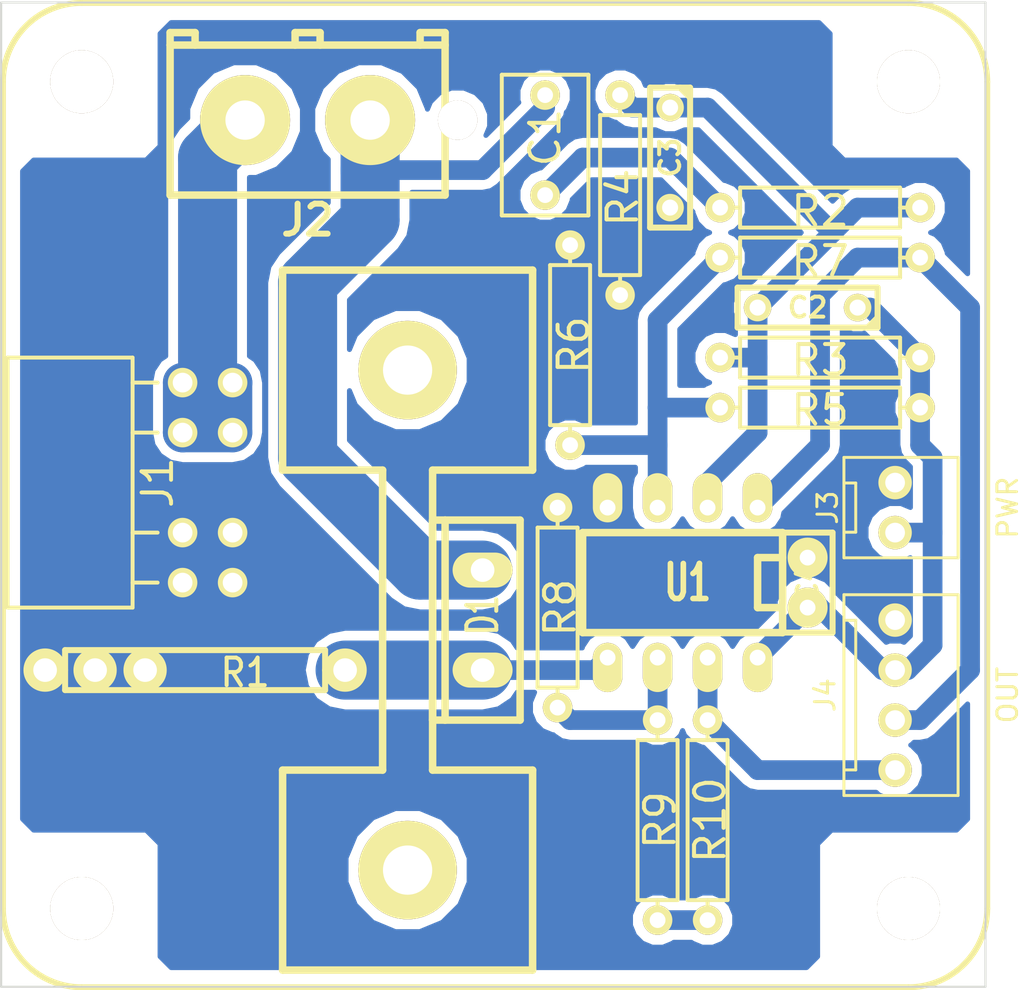
<source format=kicad_pcb>
(kicad_pcb (version 3) (host pcbnew "(2013-07-07 BZR 4022)-stable")

  (general
    (links 44)
    (no_connects 0)
    (area 217.164919 20.4216 269.434 71.760081)
    (thickness 1.6)
    (drawings 4)
    (tracks 98)
    (zones 0)
    (modules 22)
    (nets 13)
  )

  (page A4)
  (layers
    (15 F.Cu signal)
    (0 B.Cu signal)
    (16 B.Adhes user)
    (17 F.Adhes user)
    (18 B.Paste user)
    (19 F.Paste user)
    (20 B.SilkS user)
    (21 F.SilkS user)
    (22 B.Mask user)
    (23 F.Mask user)
    (24 Dwgs.User user)
    (25 Cmts.User user)
    (26 Eco1.User user)
    (27 Eco2.User user)
    (28 Edge.Cuts user)
  )

  (setup
    (last_trace_width 0.254)
    (user_trace_width 0.5)
    (user_trace_width 0.508)
    (user_trace_width 1)
    (user_trace_width 1.5)
    (user_trace_width 2)
    (user_trace_width 3)
    (user_trace_width 4)
    (user_trace_width 5)
    (trace_clearance 0.254)
    (zone_clearance 0.5)
    (zone_45_only no)
    (trace_min 0.254)
    (segment_width 0.2)
    (edge_width 0.1)
    (via_size 0.889)
    (via_drill 0.635)
    (via_min_size 0.889)
    (via_min_drill 0.508)
    (user_via 1.7 0.8)
    (uvia_size 0.508)
    (uvia_drill 0.127)
    (uvias_allowed no)
    (uvia_min_size 0.508)
    (uvia_min_drill 0.127)
    (pcb_text_width 0.3)
    (pcb_text_size 1.5 1.5)
    (mod_edge_width 0.15)
    (mod_text_size 1 1)
    (mod_text_width 0.15)
    (pad_size 2.2 2.2)
    (pad_drill 1.2)
    (pad_to_mask_clearance 0)
    (aux_axis_origin 0 0)
    (visible_elements 7FFFFFFF)
    (pcbplotparams
      (layerselection 3178497)
      (usegerberextensions true)
      (excludeedgelayer true)
      (linewidth 0.150000)
      (plotframeref false)
      (viasonmask false)
      (mode 1)
      (useauxorigin false)
      (hpglpennumber 1)
      (hpglpenspeed 20)
      (hpglpendiameter 15)
      (hpglpenoverlay 2)
      (psnegative false)
      (psa4output false)
      (plotreference true)
      (plotvalue true)
      (plotothertext true)
      (plotinvisibletext false)
      (padsonsilk false)
      (subtractmaskfromsilk false)
      (outputformat 1)
      (mirror false)
      (drillshape 1)
      (scaleselection 1)
      (outputdirectory ""))
  )

  (net 0 "")
  (net 1 GND)
  (net 2 N-000001)
  (net 3 N-0000010)
  (net 4 N-0000011)
  (net 5 N-0000012)
  (net 6 N-000003)
  (net 7 N-000004)
  (net 8 N-000006)
  (net 9 N-000007)
  (net 10 N-000008)
  (net 11 N-000009)
  (net 12 VCC)

  (net_class Default "This is the default net class."
    (clearance 0.254)
    (trace_width 0.254)
    (via_dia 0.889)
    (via_drill 0.635)
    (uvia_dia 0.508)
    (uvia_drill 0.127)
    (add_net "")
    (add_net GND)
    (add_net N-000001)
    (add_net N-0000010)
    (add_net N-0000011)
    (add_net N-0000012)
    (add_net N-000003)
    (add_net N-000004)
    (add_net N-000006)
    (add_net N-000007)
    (add_net N-000008)
    (add_net N-000009)
    (add_net VCC)
  )

  (module TO220-2 (layer F.Cu) (tedit 54E02DA1) (tstamp 54DC5ADC)
    (at 241.935 52.705 180)
    (path /54DBCDAB)
    (fp_text reference D1 (at 0 0.254 270) (layer F.SilkS)
      (effects (font (size 1.524 1.016) (thickness 0.2032)))
    )
    (fp_text value MBR10100 (at 0.635 -6.35 180) (layer F.SilkS) hide
      (effects (font (size 1.524 1.016) (thickness 0.2032)))
    )
    (fp_line (start 1.905 -5.08) (end 2.54 -5.08) (layer F.SilkS) (width 0.381))
    (fp_line (start 2.54 -5.08) (end 2.54 5.08) (layer F.SilkS) (width 0.381))
    (fp_line (start 2.54 5.08) (end 1.905 5.08) (layer F.SilkS) (width 0.381))
    (fp_line (start -1.905 -5.08) (end 1.905 -5.08) (layer F.SilkS) (width 0.381))
    (fp_line (start 1.905 -5.08) (end 1.905 5.08) (layer F.SilkS) (width 0.381))
    (fp_line (start 1.905 5.08) (end -1.905 5.08) (layer F.SilkS) (width 0.381))
    (fp_line (start -1.905 5.08) (end -1.905 -5.08) (layer F.SilkS) (width 0.381))
    (pad 1 thru_hole oval (at 0 -2.54 180) (size 3.048 1.778) (drill 1.19888)
      (layers *.Cu *.Mask F.SilkS)
      (net 5 N-0000012)
    )
    (pad 3 thru_hole oval (at 0 2.54 180) (size 3.048 1.778) (drill 1.19888)
      (layers *.Cu *.Mask F.SilkS)
      (net 10 N-000008)
    )
    (model discret/to220_vert.wrl
      (at (xyz 0 0 0))
      (scale (xyz 1 1 1))
      (rotate (xyz 0 0 0))
    )
  )

  (module R4_5_6 (layer F.Cu) (tedit 54E02D93) (tstamp 54DC5AEB)
    (at 229.87 55.245 180)
    (descr "Resitance 4 pas")
    (tags R)
    (path /54950B2A)
    (autoplace_cost180 10)
    (fp_text reference R1 (at 0 -0.127 180) (layer F.SilkS)
      (effects (font (size 1.397 1.27) (thickness 0.2032)))
    )
    (fp_text value R005/1W (at 0 0 180) (layer F.SilkS) hide
      (effects (font (size 1.397 1.27) (thickness 0.2032)))
    )
    (fp_line (start -5.08 0) (end -4.064 0) (layer F.SilkS) (width 0.3048))
    (fp_line (start -4.064 0) (end -4.064 -1.016) (layer F.SilkS) (width 0.3048))
    (fp_line (start -4.064 -1.016) (end 9.144 -1.016) (layer F.SilkS) (width 0.3048))
    (fp_line (start 9.144 -1.016) (end 9.144 1.016) (layer F.SilkS) (width 0.3048))
    (fp_line (start 9.144 1.016) (end -4.064 1.016) (layer F.SilkS) (width 0.3048))
    (fp_line (start -4.064 1.016) (end -4.064 0) (layer F.SilkS) (width 0.3048))
    (fp_line (start 10.16 0) (end 9.144 0) (layer F.SilkS) (width 0.3048))
    (pad 1 thru_hole circle (at -5.08 0 180) (size 2.2 2.2) (drill 1.2)
      (layers *.Cu *.Mask F.SilkS)
      (net 5 N-0000012)
    )
    (pad 2 thru_hole circle (at 5.08 0 180) (size 2.2 2.2) (drill 1.2)
      (layers *.Cu *.Mask F.SilkS)
      (net 1 GND)
    )
    (pad 2 thru_hole circle (at 7.62 0 180) (size 2.2 2.2) (drill 1.2)
      (layers *.Cu *.Mask F.SilkS)
      (net 1 GND)
    )
    (pad 2 thru_hole circle (at 10.16 0 180) (size 2.2 2.2) (drill 1.2)
      (layers *.Cu *.Mask F.SilkS)
      (net 1 GND)
    )
    (model discret/resistor.wrl
      (at (xyz 0 0 0))
      (scale (xyz 0.4 0.4 0.4))
      (rotate (xyz 0 0 0))
    )
  )

  (module R4 (layer F.Cu) (tedit 54E02CF8) (tstamp 54DC5AF8)
    (at 259.08 39.37 180)
    (descr "Resitance 4 pas")
    (tags R)
    (path /54B5A234)
    (autoplace_cost180 10)
    (fp_text reference R3 (at 0 -0.127 180) (layer F.SilkS)
      (effects (font (size 1.5 1.5) (thickness 0.2032)))
    )
    (fp_text value 220K (at 0 0 180) (layer F.SilkS) hide
      (effects (font (size 1.397 1.27) (thickness 0.2032)))
    )
    (fp_line (start -5.08 0) (end -4.064 0) (layer F.SilkS) (width 0.2))
    (fp_line (start -4.064 0) (end -4.064 -1.016) (layer F.SilkS) (width 0.2))
    (fp_line (start -4.064 -1.016) (end 4.064 -1.016) (layer F.SilkS) (width 0.2))
    (fp_line (start 4.064 -1.016) (end 4.064 1.016) (layer F.SilkS) (width 0.2))
    (fp_line (start 4.064 1.016) (end -4.064 1.016) (layer F.SilkS) (width 0.2))
    (fp_line (start -4.064 1.016) (end -4.064 0) (layer F.SilkS) (width 0.2))
    (fp_line (start 5.08 0) (end 4.064 0) (layer F.SilkS) (width 0.2))
    (pad 1 thru_hole circle (at -5.08 0 180) (size 1.5 1.5) (drill 0.8001)
      (layers *.Cu *.Mask F.SilkS)
      (net 12 VCC)
    )
    (pad 2 thru_hole circle (at 5.08 0 180) (size 1.5 1.5) (drill 0.8001)
      (layers *.Cu *.Mask F.SilkS)
      (net 8 N-000006)
    )
    (model discret/resistor.wrl
      (at (xyz 0 0 0))
      (scale (xyz 0.4 0.4 0.4))
      (rotate (xyz 0 0 0))
    )
  )

  (module R4 (layer F.Cu) (tedit 54E02D03) (tstamp 54DC5B05)
    (at 248.92 31.115 270)
    (descr "Resitance 4 pas")
    (tags R)
    (path /54B5A243)
    (autoplace_cost180 10)
    (fp_text reference R4 (at 0.127 -0.127 270) (layer F.SilkS)
      (effects (font (size 1.5 1.5) (thickness 0.2032)))
    )
    (fp_text value 220K (at 0 0 270) (layer F.SilkS) hide
      (effects (font (size 1.397 1.27) (thickness 0.2032)))
    )
    (fp_line (start -5.08 0) (end -4.064 0) (layer F.SilkS) (width 0.2))
    (fp_line (start -4.064 0) (end -4.064 -1.016) (layer F.SilkS) (width 0.2))
    (fp_line (start -4.064 -1.016) (end 4.064 -1.016) (layer F.SilkS) (width 0.2))
    (fp_line (start 4.064 -1.016) (end 4.064 1.016) (layer F.SilkS) (width 0.2))
    (fp_line (start 4.064 1.016) (end -4.064 1.016) (layer F.SilkS) (width 0.2))
    (fp_line (start -4.064 1.016) (end -4.064 0) (layer F.SilkS) (width 0.2))
    (fp_line (start 5.08 0) (end 4.064 0) (layer F.SilkS) (width 0.2))
    (pad 1 thru_hole circle (at -5.08 0 270) (size 1.5 1.5) (drill 0.8001)
      (layers *.Cu *.Mask F.SilkS)
      (net 8 N-000006)
    )
    (pad 2 thru_hole circle (at 5.08 0 270) (size 1.5 1.5) (drill 0.8001)
      (layers *.Cu *.Mask F.SilkS)
      (net 1 GND)
    )
    (model discret/resistor.wrl
      (at (xyz 0 0 0))
      (scale (xyz 0.4 0.4 0.4))
      (rotate (xyz 0 0 0))
    )
  )

  (module R4 (layer F.Cu) (tedit 54E02CF0) (tstamp 54DC5B12)
    (at 259.08 41.91 180)
    (descr "Resitance 4 pas")
    (tags R)
    (path /54B5A252)
    (autoplace_cost180 10)
    (fp_text reference R5 (at 0 -0.127 180) (layer F.SilkS)
      (effects (font (size 1.5 1.5) (thickness 0.2032)))
    )
    (fp_text value 10K (at 0 0 180) (layer F.SilkS) hide
      (effects (font (size 1.397 1.27) (thickness 0.2032)))
    )
    (fp_line (start -5.08 0) (end -4.064 0) (layer F.SilkS) (width 0.2))
    (fp_line (start -4.064 0) (end -4.064 -1.016) (layer F.SilkS) (width 0.2))
    (fp_line (start -4.064 -1.016) (end 4.064 -1.016) (layer F.SilkS) (width 0.2))
    (fp_line (start 4.064 -1.016) (end 4.064 1.016) (layer F.SilkS) (width 0.2))
    (fp_line (start 4.064 1.016) (end -4.064 1.016) (layer F.SilkS) (width 0.2))
    (fp_line (start -4.064 1.016) (end -4.064 0) (layer F.SilkS) (width 0.2))
    (fp_line (start 5.08 0) (end 4.064 0) (layer F.SilkS) (width 0.2))
    (pad 1 thru_hole circle (at -5.08 0 180) (size 1.5 1.5) (drill 0.8001)
      (layers *.Cu *.Mask F.SilkS)
      (net 12 VCC)
    )
    (pad 2 thru_hole circle (at 5.08 0 180) (size 1.5 1.5) (drill 0.8001)
      (layers *.Cu *.Mask F.SilkS)
      (net 9 N-000007)
    )
    (model discret/resistor.wrl
      (at (xyz 0 0 0))
      (scale (xyz 0.4 0.4 0.4))
      (rotate (xyz 0 0 0))
    )
  )

  (module R4 (layer F.Cu) (tedit 52119F90) (tstamp 54DC5B1F)
    (at 246.38 38.735 90)
    (descr "Resitance 4 pas")
    (tags R)
    (path /54B5A2A7)
    (autoplace_cost180 10)
    (fp_text reference R6 (at 0 0.18 90) (layer F.SilkS)
      (effects (font (size 1.5 1.5) (thickness 0.2032)))
    )
    (fp_text value 10K (at 0 0 90) (layer F.SilkS) hide
      (effects (font (size 1.397 1.27) (thickness 0.2032)))
    )
    (fp_line (start -5.08 0) (end -4.064 0) (layer F.SilkS) (width 0.2))
    (fp_line (start -4.064 0) (end -4.064 -1.016) (layer F.SilkS) (width 0.2))
    (fp_line (start -4.064 -1.016) (end 4.064 -1.016) (layer F.SilkS) (width 0.2))
    (fp_line (start 4.064 -1.016) (end 4.064 1.016) (layer F.SilkS) (width 0.2))
    (fp_line (start 4.064 1.016) (end -4.064 1.016) (layer F.SilkS) (width 0.2))
    (fp_line (start -4.064 1.016) (end -4.064 0) (layer F.SilkS) (width 0.2))
    (fp_line (start 5.08 0) (end 4.064 0) (layer F.SilkS) (width 0.2))
    (pad 1 thru_hole circle (at -5.08 0 90) (size 1.5 1.5) (drill 0.8001)
      (layers *.Cu *.Mask F.SilkS)
      (net 9 N-000007)
    )
    (pad 2 thru_hole circle (at 5.08 0 90) (size 1.5 1.5) (drill 0.8001)
      (layers *.Cu *.Mask F.SilkS)
      (net 1 GND)
    )
    (model discret/resistor.wrl
      (at (xyz 0 0 0))
      (scale (xyz 0.4 0.4 0.4))
      (rotate (xyz 0 0 0))
    )
  )

  (module R4 (layer F.Cu) (tedit 52119F90) (tstamp 54DC5B2C)
    (at 259.08 34.29)
    (descr "Resitance 4 pas")
    (tags R)
    (path /54B5A2B6)
    (autoplace_cost180 10)
    (fp_text reference R7 (at 0 0.18) (layer F.SilkS)
      (effects (font (size 1.5 1.5) (thickness 0.2032)))
    )
    (fp_text value 680K (at 0 0) (layer F.SilkS) hide
      (effects (font (size 1.397 1.27) (thickness 0.2032)))
    )
    (fp_line (start -5.08 0) (end -4.064 0) (layer F.SilkS) (width 0.2))
    (fp_line (start -4.064 0) (end -4.064 -1.016) (layer F.SilkS) (width 0.2))
    (fp_line (start -4.064 -1.016) (end 4.064 -1.016) (layer F.SilkS) (width 0.2))
    (fp_line (start 4.064 -1.016) (end 4.064 1.016) (layer F.SilkS) (width 0.2))
    (fp_line (start 4.064 1.016) (end -4.064 1.016) (layer F.SilkS) (width 0.2))
    (fp_line (start -4.064 1.016) (end -4.064 0) (layer F.SilkS) (width 0.2))
    (fp_line (start 5.08 0) (end 4.064 0) (layer F.SilkS) (width 0.2))
    (pad 1 thru_hole circle (at -5.08 0) (size 1.5 1.5) (drill 0.8001)
      (layers *.Cu *.Mask F.SilkS)
      (net 9 N-000007)
    )
    (pad 2 thru_hole circle (at 5.08 0) (size 1.5 1.5) (drill 0.8001)
      (layers *.Cu *.Mask F.SilkS)
      (net 4 N-0000011)
    )
    (model discret/resistor.wrl
      (at (xyz 0 0 0))
      (scale (xyz 0.4 0.4 0.4))
      (rotate (xyz 0 0 0))
    )
  )

  (module R4 (layer F.Cu) (tedit 52119F90) (tstamp 54DC5B39)
    (at 259.08 31.75)
    (descr "Resitance 4 pas")
    (tags R)
    (path /54DA636C)
    (autoplace_cost180 10)
    (fp_text reference R2 (at 0 0.18) (layer F.SilkS)
      (effects (font (size 1.5 1.5) (thickness 0.2032)))
    )
    (fp_text value 1K (at 0 0) (layer F.SilkS) hide
      (effects (font (size 1.397 1.27) (thickness 0.2032)))
    )
    (fp_line (start -5.08 0) (end -4.064 0) (layer F.SilkS) (width 0.2))
    (fp_line (start -4.064 0) (end -4.064 -1.016) (layer F.SilkS) (width 0.2))
    (fp_line (start -4.064 -1.016) (end 4.064 -1.016) (layer F.SilkS) (width 0.2))
    (fp_line (start 4.064 -1.016) (end 4.064 1.016) (layer F.SilkS) (width 0.2))
    (fp_line (start 4.064 1.016) (end -4.064 1.016) (layer F.SilkS) (width 0.2))
    (fp_line (start -4.064 1.016) (end -4.064 0) (layer F.SilkS) (width 0.2))
    (fp_line (start 5.08 0) (end 4.064 0) (layer F.SilkS) (width 0.2))
    (pad 1 thru_hole circle (at -5.08 0) (size 1.5 1.5) (drill 0.8001)
      (layers *.Cu *.Mask F.SilkS)
      (net 2 N-000001)
    )
    (pad 2 thru_hole circle (at 5.08 0) (size 1.5 1.5) (drill 0.8001)
      (layers *.Cu *.Mask F.SilkS)
      (net 8 N-000006)
    )
    (model discret/resistor.wrl
      (at (xyz 0 0 0))
      (scale (xyz 0.4 0.4 0.4))
      (rotate (xyz 0 0 0))
    )
  )

  (module MOLEX_36538_2 (layer F.Cu) (tedit 54E02E9B) (tstamp 54DC5B74)
    (at 233.045 27.305 180)
    (path /549514FC)
    (fp_text reference J2 (at 0 -5.08 180) (layer F.SilkS)
      (effects (font (size 1.524 1.524) (thickness 0.3048)))
    )
    (fp_text value MOTOR (at 0 5.715 180) (layer F.SilkS) hide
      (effects (font (size 1.524 1.524) (thickness 0.3048)))
    )
    (fp_line (start 6.985 4.445) (end 5.715 4.445) (layer F.SilkS) (width 0.381))
    (fp_line (start 5.715 4.445) (end 5.715 3.81) (layer F.SilkS) (width 0.381))
    (fp_line (start -6.985 4.445) (end -5.715 4.445) (layer F.SilkS) (width 0.381))
    (fp_line (start -5.715 4.445) (end -5.715 3.81) (layer F.SilkS) (width 0.381))
    (fp_line (start -0.635 3.81) (end -0.635 4.445) (layer F.SilkS) (width 0.381))
    (fp_line (start -0.635 4.445) (end 0.635 4.445) (layer F.SilkS) (width 0.381))
    (fp_line (start 0.635 4.445) (end 0.635 3.81) (layer F.SilkS) (width 0.381))
    (fp_line (start -6.985 3.81) (end -6.985 4.445) (layer F.SilkS) (width 0.381))
    (fp_line (start 6.985 3.81) (end 6.985 4.445) (layer F.SilkS) (width 0.381))
    (fp_line (start 6.985 3.81) (end 6.985 -3.81) (layer F.SilkS) (width 0.381))
    (fp_line (start 6.985 -3.81) (end -6.985 -3.81) (layer F.SilkS) (width 0.381))
    (fp_line (start -6.985 -3.81) (end -6.985 3.81) (layer F.SilkS) (width 0.381))
    (fp_line (start -6.985 3.81) (end 6.985 3.81) (layer F.SilkS) (width 0.381))
    (pad 1 thru_hole circle (at -3.175 0 180) (size 4.572 4.572) (drill 1.99898)
      (layers *.Cu *.Mask F.SilkS)
      (net 10 N-000008)
    )
    (pad 2 thru_hole circle (at 3.175 0 180) (size 4.572 4.572) (drill 1.99898)
      (layers *.Cu *.Mask F.SilkS)
      (net 6 N-000003)
    )
    (pad "" thru_hole circle (at -7.62 0 180) (size 1.99898 1.99898) (drill 1.99898)
      (layers *.Cu *.Mask F.SilkS)
    )
  )

  (module MD-TEST-HDR-F (layer F.Cu) (tedit 54E02E57) (tstamp 54DC5B88)
    (at 227.965 45.72 90)
    (path /54D98F8B)
    (fp_text reference J1 (at 0 -2.54 90) (layer F.SilkS)
      (effects (font (size 1.5 1.5) (thickness 0.2)))
    )
    (fp_text value IN (at 0 3.81 90) (layer F.SilkS) hide
      (effects (font (size 1.5 1.5) (thickness 0.2)))
    )
    (fp_line (start 6.35 -10.16) (end -6.35 -10.16) (layer F.SilkS) (width 0.2))
    (fp_line (start -6.35 -3.81) (end 6.35 -3.81) (layer F.SilkS) (width 0.2))
    (fp_line (start 5.08 -3.81) (end 5.08 -2.54) (layer F.SilkS) (width 0.2))
    (fp_line (start 2.54 -3.81) (end 2.54 -2.54) (layer F.SilkS) (width 0.2))
    (fp_line (start -2.54 -3.81) (end -2.54 -2.54) (layer F.SilkS) (width 0.2))
    (fp_line (start -5.08 -3.81) (end -5.08 -2.54) (layer F.SilkS) (width 0.2))
    (fp_line (start 6.35 -10.16) (end 6.35 -3.81) (layer F.SilkS) (width 0.2))
    (fp_line (start -6.35 -3.81) (end -6.35 -10.16) (layer F.SilkS) (width 0.2))
    (pad 1 thru_hole circle (at -5.08 -1.27 90) (size 1.5 1.5) (drill 1)
      (layers *.Cu *.Mask F.SilkS)
      (net 1 GND)
    )
    (pad 2 thru_hole circle (at -5.08 1.27 90) (size 1.5 1.5) (drill 1)
      (layers *.Cu *.Mask F.SilkS)
      (net 1 GND)
    )
    (pad 3 thru_hole circle (at -2.54 -1.27 90) (size 1.5 1.5) (drill 1)
      (layers *.Cu *.Mask F.SilkS)
      (net 1 GND)
    )
    (pad 4 thru_hole circle (at -2.54 1.27 90) (size 1.5 1.5) (drill 1)
      (layers *.Cu *.Mask F.SilkS)
      (net 1 GND)
    )
    (pad 7 thru_hole circle (at 2.54 -1.27 90) (size 1.5 1.5) (drill 1)
      (layers *.Cu *.Mask F.SilkS)
      (net 6 N-000003)
    )
    (pad 8 thru_hole circle (at 2.54 1.27 90) (size 1.5 1.5) (drill 1)
      (layers *.Cu *.Mask F.SilkS)
      (net 6 N-000003)
    )
    (pad 9 thru_hole circle (at 5.08 -1.27 90) (size 1.5 1.5) (drill 1)
      (layers *.Cu *.Mask F.SilkS)
      (net 6 N-000003)
    )
    (pad 10 thru_hole circle (at 5.08 1.27 90) (size 1.5 1.5) (drill 1)
      (layers *.Cu *.Mask F.SilkS)
      (net 6 N-000003)
    )
  )

  (module DIP-8 (layer F.Cu) (tedit 54E02D1C) (tstamp 54DC5B9B)
    (at 252.095 50.8 180)
    (descr "8 pins DIL package, elliptical pads")
    (tags DIL)
    (path /54C67B76)
    (fp_text reference U1 (at -0.254 0 180) (layer F.SilkS)
      (effects (font (size 1.778 1.143) (thickness 0.3048)))
    )
    (fp_text value MCP6002 (at 0 0 180) (layer F.SilkS) hide
      (effects (font (size 1.778 1.016) (thickness 0.254)))
    )
    (fp_line (start -5.08 -1.27) (end -3.81 -1.27) (layer F.SilkS) (width 0.381))
    (fp_line (start -3.81 -1.27) (end -3.81 1.27) (layer F.SilkS) (width 0.381))
    (fp_line (start -3.81 1.27) (end -5.08 1.27) (layer F.SilkS) (width 0.381))
    (fp_line (start -5.08 -2.54) (end 5.08 -2.54) (layer F.SilkS) (width 0.381))
    (fp_line (start 5.08 -2.54) (end 5.08 2.54) (layer F.SilkS) (width 0.381))
    (fp_line (start 5.08 2.54) (end -5.08 2.54) (layer F.SilkS) (width 0.381))
    (fp_line (start -5.08 2.54) (end -5.08 -2.54) (layer F.SilkS) (width 0.381))
    (pad 1 thru_hole oval (at -3.81 3.81 180) (size 1.5 2.5) (drill 0.8001 (offset 0 0.5))
      (layers *.Cu *.Mask F.SilkS)
      (net 4 N-0000011)
    )
    (pad 2 thru_hole oval (at -1.27 3.81 180) (size 1.5 2.5) (drill 0.8001 (offset 0 0.5))
      (layers *.Cu *.Mask F.SilkS)
      (net 8 N-000006)
    )
    (pad 3 thru_hole oval (at 1.27 3.81 180) (size 1.5 2.5) (drill 0.8001 (offset 0 0.5))
      (layers *.Cu *.Mask F.SilkS)
      (net 9 N-000007)
    )
    (pad 4 thru_hole oval (at 3.81 3.81 180) (size 1.5 2.5) (drill 0.8001 (offset 0 0.5))
      (layers *.Cu *.Mask F.SilkS)
      (net 1 GND)
    )
    (pad 5 thru_hole oval (at 3.81 -3.81 180) (size 1.5 2.5) (drill 0.8001 (offset 0 -0.5))
      (layers *.Cu *.Mask F.SilkS)
      (net 5 N-0000012)
    )
    (pad 6 thru_hole oval (at 1.27 -3.81 180) (size 1.5 2.5) (drill 0.8001 (offset 0 -0.5))
      (layers *.Cu *.Mask F.SilkS)
      (net 3 N-0000010)
    )
    (pad 7 thru_hole oval (at -1.27 -3.81 180) (size 1.5 2.5) (drill 0.8001 (offset 0 -0.5))
      (layers *.Cu *.Mask F.SilkS)
      (net 7 N-000004)
    )
    (pad 8 thru_hole oval (at -3.81 -3.81 180) (size 1.5 2.5) (drill 0.8001 (offset 0 -0.5))
      (layers *.Cu *.Mask F.SilkS)
      (net 12 VCC)
    )
    (model dil/dil_8.wrl
      (at (xyz 0 0 0))
      (scale (xyz 1 1 1))
      (rotate (xyz 0 0 0))
    )
  )

  (module CONN_NCW254-04S (layer F.Cu) (tedit 54E02E4B) (tstamp 54DC5BAA)
    (at 262.89 56.515 90)
    (path /54D98FA9)
    (fp_text reference J4 (at 0 -3.556 90) (layer F.SilkS)
      (effects (font (size 1 1) (thickness 0.15)))
    )
    (fp_text value OUT (at 0 5.715 90) (layer F.SilkS)
      (effects (font (size 1 1) (thickness 0.15)))
    )
    (fp_line (start 3.8 -2) (end -3.8 -2) (layer F.SilkS) (width 0.15))
    (fp_line (start 5.1 -2.6) (end -5.1 -2.6) (layer F.SilkS) (width 0.15))
    (fp_line (start -5.1 3.2) (end 5.1 3.2) (layer F.SilkS) (width 0.15))
    (fp_line (start -3.8 -2.6) (end -3.8 -2) (layer F.SilkS) (width 0.15))
    (fp_line (start 3.8 -2) (end 3.8 -2.6) (layer F.SilkS) (width 0.15))
    (fp_line (start 5.1 -2.6) (end 5.1 3.2) (layer F.SilkS) (width 0.15))
    (fp_line (start -5.1 3.2) (end -5.1 -2.6) (layer F.SilkS) (width 0.15))
    (pad 2 thru_hole circle (at -1.27 0 90) (size 1.7 1.7) (drill 1)
      (layers *.Cu *.Mask F.SilkS)
      (net 4 N-0000011)
    )
    (pad 3 thru_hole circle (at 1.27 0 90) (size 1.7 1.7) (drill 1)
      (layers *.Cu *.Mask F.SilkS)
      (net 12 VCC)
    )
    (pad 4 thru_hole circle (at 3.81 0 90) (size 1.7 1.7) (drill 1)
      (layers *.Cu *.Mask F.SilkS)
      (net 1 GND)
    )
    (pad 1 thru_hole circle (at -3.81 0 90) (size 1.7 1.7) (drill 1)
      (layers *.Cu *.Mask F.SilkS)
      (net 7 N-000004)
    )
  )

  (module CONN_NCW254-02S (layer F.Cu) (tedit 54E02E43) (tstamp 54DC5BB7)
    (at 262.89 46.99 90)
    (path /54D98F9A)
    (fp_text reference J3 (at 0 -3.429 90) (layer F.SilkS)
      (effects (font (size 1 1) (thickness 0.15)))
    )
    (fp_text value PWR (at 0 5.715 90) (layer F.SilkS)
      (effects (font (size 1 1) (thickness 0.15)))
    )
    (fp_line (start -1.25 -2.6) (end -1.25 -2) (layer F.SilkS) (width 0.15))
    (fp_line (start -1.25 -2) (end 1.25 -2) (layer F.SilkS) (width 0.15))
    (fp_line (start 1.25 -2) (end 1.25 -2.6) (layer F.SilkS) (width 0.15))
    (fp_line (start -2.55 -2.6) (end 2.55 -2.6) (layer F.SilkS) (width 0.15))
    (fp_line (start 2.55 -2.6) (end 2.55 3.2) (layer F.SilkS) (width 0.15))
    (fp_line (start 2.55 3.2) (end -2.55 3.2) (layer F.SilkS) (width 0.15))
    (fp_line (start -2.55 3.2) (end -2.55 -2.6) (layer F.SilkS) (width 0.15))
    (pad 1 thru_hole circle (at -1.27 0 90) (size 1.7 1.7) (drill 1)
      (layers *.Cu *.Mask F.SilkS)
      (net 12 VCC)
    )
    (pad 2 thru_hole circle (at 1.27 0 90) (size 1.7 1.7) (drill 1)
      (layers *.Cu *.Mask F.SilkS)
      (net 1 GND)
    )
  )

  (module C2_3x1,75 (layer F.Cu) (tedit 54E02DBC) (tstamp 54DC5BC1)
    (at 245.11 28.575 270)
    (path /54B5A225)
    (fp_text reference C1 (at -0.381 0 270) (layer F.SilkS)
      (effects (font (size 1.5 1.5) (thickness 0.2)))
    )
    (fp_text value 1uF/63V (at 0 3.175 270) (layer F.SilkS) hide
      (effects (font (size 1 1) (thickness 0.15)))
    )
    (fp_line (start -3.575 -2.2) (end 3.575 -2.2) (layer F.SilkS) (width 0.2))
    (fp_line (start 3.575 -2.2) (end 3.575 2.2) (layer F.SilkS) (width 0.2))
    (fp_line (start 3.575 2.2) (end -3.575 2.2) (layer F.SilkS) (width 0.2))
    (fp_line (start -3.575 2.2) (end -3.575 -2.2) (layer F.SilkS) (width 0.2))
    (pad 1 thru_hole circle (at -2.54 0 270) (size 1.5 1.5) (drill 0.8)
      (layers *.Cu *.Mask F.SilkS)
      (net 10 N-000008)
    )
    (pad 2 thru_hole circle (at 2.54 0 270) (size 1.5 1.5) (drill 0.8)
      (layers *.Cu *.Mask F.SilkS)
      (net 2 N-000001)
    )
  )

  (module C1 (layer F.Cu) (tedit 54E02D2A) (tstamp 54DD2D8B)
    (at 258.445 50.8 90)
    (descr "Condensateur e = 1 pas")
    (tags C)
    (path /54DADDB2)
    (fp_text reference C4 (at 0 0 90) (layer F.SilkS)
      (effects (font (size 1.016 1.016) (thickness 0.2032)))
    )
    (fp_text value 100nF (at 0 -2.286 90) (layer F.SilkS) hide
      (effects (font (size 1.016 1.016) (thickness 0.2032)))
    )
    (fp_line (start -2.4892 -1.27) (end 2.54 -1.27) (layer F.SilkS) (width 0.3048))
    (fp_line (start 2.54 -1.27) (end 2.54 1.27) (layer F.SilkS) (width 0.3048))
    (fp_line (start 2.54 1.27) (end -2.54 1.27) (layer F.SilkS) (width 0.3048))
    (fp_line (start -2.54 1.27) (end -2.54 -1.27) (layer F.SilkS) (width 0.3048))
    (pad 1 thru_hole circle (at -1.27 0 90) (size 2.032 2.032) (drill 0.8001)
      (layers *.Cu *.Mask F.SilkS)
      (net 12 VCC)
    )
    (pad 2 thru_hole circle (at 1.27 0 90) (size 2.032 2.032) (drill 0.8001)
      (layers *.Cu *.Mask F.SilkS)
      (net 1 GND)
    )
    (model discret/capa_1_pas.wrl
      (at (xyz 0 0 0))
      (scale (xyz 1 1 1))
      (rotate (xyz 0 0 0))
    )
  )

  (module R4 (layer F.Cu) (tedit 54E02DAF) (tstamp 54DC5CA9)
    (at 253.365 62.865 90)
    (descr "Resitance 4 pas")
    (tags R)
    (path /54C67C2A)
    (autoplace_cost180 10)
    (fp_text reference R10 (at 0 0.127 90) (layer F.SilkS)
      (effects (font (size 1.5 1.5) (thickness 0.2032)))
    )
    (fp_text value 390K (at 0 0 90) (layer F.SilkS) hide
      (effects (font (size 1.397 1.27) (thickness 0.2032)))
    )
    (fp_line (start -5.08 0) (end -4.064 0) (layer F.SilkS) (width 0.2))
    (fp_line (start -4.064 0) (end -4.064 -1.016) (layer F.SilkS) (width 0.2))
    (fp_line (start -4.064 -1.016) (end 4.064 -1.016) (layer F.SilkS) (width 0.2))
    (fp_line (start 4.064 -1.016) (end 4.064 1.016) (layer F.SilkS) (width 0.2))
    (fp_line (start 4.064 1.016) (end -4.064 1.016) (layer F.SilkS) (width 0.2))
    (fp_line (start -4.064 1.016) (end -4.064 0) (layer F.SilkS) (width 0.2))
    (fp_line (start 5.08 0) (end 4.064 0) (layer F.SilkS) (width 0.2))
    (pad 1 thru_hole circle (at -5.08 0 90) (size 1.5 1.5) (drill 0.8001)
      (layers *.Cu *.Mask F.SilkS)
      (net 11 N-000009)
    )
    (pad 2 thru_hole circle (at 5.08 0 90) (size 1.5 1.5) (drill 0.8001)
      (layers *.Cu *.Mask F.SilkS)
      (net 7 N-000004)
    )
    (model discret/resistor.wrl
      (at (xyz 0 0 0))
      (scale (xyz 0.4 0.4 0.4))
      (rotate (xyz 0 0 0))
    )
  )

  (module R4 (layer F.Cu) (tedit 54E02EB4) (tstamp 54DC5CB6)
    (at 245.745 52.07 270)
    (descr "Resitance 4 pas")
    (tags R)
    (path /54C67C39)
    (autoplace_cost180 10)
    (fp_text reference R8 (at 0 -0.127 270) (layer F.SilkS)
      (effects (font (size 1.5 1.5) (thickness 0.2032)))
    )
    (fp_text value 10K (at 0 0 270) (layer F.SilkS) hide
      (effects (font (size 1.397 1.27) (thickness 0.2032)))
    )
    (fp_line (start -5.08 0) (end -4.064 0) (layer F.SilkS) (width 0.2))
    (fp_line (start -4.064 0) (end -4.064 -1.016) (layer F.SilkS) (width 0.2))
    (fp_line (start -4.064 -1.016) (end 4.064 -1.016) (layer F.SilkS) (width 0.2))
    (fp_line (start 4.064 -1.016) (end 4.064 1.016) (layer F.SilkS) (width 0.2))
    (fp_line (start 4.064 1.016) (end -4.064 1.016) (layer F.SilkS) (width 0.2))
    (fp_line (start -4.064 1.016) (end -4.064 0) (layer F.SilkS) (width 0.2))
    (fp_line (start 5.08 0) (end 4.064 0) (layer F.SilkS) (width 0.2))
    (pad 1 thru_hole circle (at -5.08 0 270) (size 1.5 1.5) (drill 0.8001)
      (layers *.Cu *.Mask F.SilkS)
      (net 1 GND)
    )
    (pad 2 thru_hole circle (at 5.08 0 270) (size 1.5 1.5) (drill 0.8001)
      (layers *.Cu *.Mask F.SilkS)
      (net 3 N-0000010)
    )
    (model discret/resistor.wrl
      (at (xyz 0 0 0))
      (scale (xyz 0.4 0.4 0.4))
      (rotate (xyz 0 0 0))
    )
  )

  (module R4 (layer F.Cu) (tedit 54E02DA9) (tstamp 54DC5CC3)
    (at 250.825 62.865 270)
    (descr "Resitance 4 pas")
    (tags R)
    (path /54C67DB6)
    (autoplace_cost180 10)
    (fp_text reference R9 (at 0 -0.127 270) (layer F.SilkS)
      (effects (font (size 1.5 1.5) (thickness 0.2032)))
    )
    (fp_text value 100K (at 0 0 270) (layer F.SilkS) hide
      (effects (font (size 1.397 1.27) (thickness 0.2032)))
    )
    (fp_line (start -5.08 0) (end -4.064 0) (layer F.SilkS) (width 0.2))
    (fp_line (start -4.064 0) (end -4.064 -1.016) (layer F.SilkS) (width 0.2))
    (fp_line (start -4.064 -1.016) (end 4.064 -1.016) (layer F.SilkS) (width 0.2))
    (fp_line (start 4.064 -1.016) (end 4.064 1.016) (layer F.SilkS) (width 0.2))
    (fp_line (start 4.064 1.016) (end -4.064 1.016) (layer F.SilkS) (width 0.2))
    (fp_line (start -4.064 1.016) (end -4.064 0) (layer F.SilkS) (width 0.2))
    (fp_line (start 5.08 0) (end 4.064 0) (layer F.SilkS) (width 0.2))
    (pad 1 thru_hole circle (at -5.08 0 270) (size 1.5 1.5) (drill 0.8001)
      (layers *.Cu *.Mask F.SilkS)
      (net 3 N-0000010)
    )
    (pad 2 thru_hole circle (at 5.08 0 270) (size 1.5 1.5) (drill 0.8001)
      (layers *.Cu *.Mask F.SilkS)
      (net 11 N-000009)
    )
    (model discret/resistor.wrl
      (at (xyz 0 0 0))
      (scale (xyz 0.4 0.4 0.4))
      (rotate (xyz 0 0 0))
    )
  )

  (module HEATSINK_TO220 (layer F.Cu) (tedit 54E02E1F) (tstamp 54DCC521)
    (at 238.125 52.705 90)
    (fp_text reference HEATSINK_TO220 (at 0 -7.62 90) (layer F.SilkS) hide
      (effects (font (size 1.524 1.524) (thickness 0.3048)))
    )
    (fp_text value VAL** (at 0 7.62 90) (layer F.SilkS) hide
      (effects (font (size 1.524 1.524) (thickness 0.3048)))
    )
    (fp_line (start 7.62 6.35) (end 17.78 6.35) (layer F.SilkS) (width 0.381))
    (fp_line (start 7.62 -6.35) (end 17.78 -6.35) (layer F.SilkS) (width 0.381))
    (fp_line (start -17.78 -6.35) (end -7.62 -6.35) (layer F.SilkS) (width 0.381))
    (fp_line (start -17.78 6.35) (end -7.62 6.35) (layer F.SilkS) (width 0.381))
    (fp_line (start -7.62 -1.27) (end 7.62 -1.27) (layer F.SilkS) (width 0.381))
    (fp_line (start 7.62 -1.27) (end 7.62 -6.35) (layer F.SilkS) (width 0.381))
    (fp_line (start 17.78 -6.35) (end 17.78 6.35) (layer F.SilkS) (width 0.381))
    (fp_line (start 7.62 6.35) (end 7.62 1.27) (layer F.SilkS) (width 0.381))
    (fp_line (start 7.62 1.27) (end -7.62 1.27) (layer F.SilkS) (width 0.381))
    (fp_line (start -7.62 1.27) (end -7.62 6.35) (layer F.SilkS) (width 0.381))
    (fp_line (start -17.78 6.35) (end -17.78 -6.35) (layer F.SilkS) (width 0.381))
    (fp_line (start -7.62 -6.35) (end -7.62 -1.27) (layer F.SilkS) (width 0.381))
    (pad "" thru_hole circle (at -12.7 0 90) (size 5.00126 5.00126) (drill 2.5019)
      (layers *.Cu *.Mask F.SilkS)
    )
    (pad "" thru_hole circle (at 12.7 0 90) (size 5.00126 5.00126) (drill 2.49936)
      (layers *.Cu *.Mask F.SilkS)
    )
  )

  (module DP5050 (layer F.Cu) (tedit 54E02E17) (tstamp 54DD2C11)
    (at 242.57 46.355)
    (fp_text reference DP5050 (at 0 0) (layer F.SilkS) hide
      (effects (font (size 1.524 1.524) (thickness 0.3048)))
    )
    (fp_text value " " (at 0 0) (layer F.SilkS) hide
      (effects (font (size 1.524 1.524) (thickness 0.3048)))
    )
    (fp_line (start -25.00122 21.00072) (end -25.00122 -21.00072) (layer F.SilkS) (width 0.29972))
    (fp_line (start 25.00122 -21.00072) (end 25.00122 21.00072) (layer F.SilkS) (width 0.29972))
    (fp_line (start 21.00072 -24.99868) (end -21.00072 -24.99868) (layer F.SilkS) (width 0.29972))
    (fp_line (start 21.00072 24.99868) (end -21.00072 24.99868) (layer F.SilkS) (width 0.29972))
    (fp_arc (start -21.00072 21.00072) (end -21.00072 25.00122) (angle 90) (layer F.SilkS) (width 0.29972))
    (fp_arc (start 21.00072 21.00072) (end 25.00122 21.00072) (angle 90) (layer F.SilkS) (width 0.29972))
    (fp_arc (start 21.00072 -21.00072) (end 21.00072 -25.00122) (angle 90) (layer F.SilkS) (width 0.29972))
    (fp_arc (start -21.00072 -21.00072) (end -25.00122 -21.00072) (angle 90) (layer F.SilkS) (width 0.29972))
    (pad "" thru_hole circle (at 21.00072 -21.00072) (size 3.2004 3.2004) (drill 3.2004)
      (layers *.Cu *.Mask F.SilkS)
      (clearance 1.39954)
    )
    (pad "" thru_hole circle (at 21.00072 21.00072) (size 3.2004 3.2004) (drill 3.2004)
      (layers *.Cu *.Mask F.SilkS)
      (clearance 1.39954)
    )
    (pad "" thru_hole circle (at -21.00072 21.00072) (size 3.2004 3.2004) (drill 3.2004)
      (layers *.Cu *.Mask F.SilkS)
      (clearance 1.39954)
    )
    (pad "" thru_hole circle (at -21.00072 -21.00072) (size 3.2004 3.2004) (drill 3.2004)
      (layers *.Cu *.Mask F.SilkS)
      (clearance 1.39954)
    )
  )

  (module C2 (layer F.Cu) (tedit 200000) (tstamp 54DC5BCB)
    (at 258.445 36.83 180)
    (descr "Condensateur = 2 pas")
    (tags C)
    (path /54DA6404)
    (fp_text reference C2 (at 0 0 180) (layer F.SilkS)
      (effects (font (size 1.016 1.016) (thickness 0.2032)))
    )
    (fp_text value 10nF (at 0 0 180) (layer F.SilkS) hide
      (effects (font (size 1.016 1.016) (thickness 0.2032)))
    )
    (fp_line (start -3.556 -1.016) (end 3.556 -1.016) (layer F.SilkS) (width 0.3048))
    (fp_line (start 3.556 -1.016) (end 3.556 1.016) (layer F.SilkS) (width 0.3048))
    (fp_line (start 3.556 1.016) (end -3.556 1.016) (layer F.SilkS) (width 0.3048))
    (fp_line (start -3.556 1.016) (end -3.556 -1.016) (layer F.SilkS) (width 0.3048))
    (fp_line (start -3.556 -0.508) (end -3.048 -1.016) (layer F.SilkS) (width 0.3048))
    (pad 1 thru_hole circle (at -2.54 0 180) (size 1.397 1.397) (drill 0.8128)
      (layers *.Cu *.Mask F.SilkS)
      (net 12 VCC)
    )
    (pad 2 thru_hole circle (at 2.54 0 180) (size 1.397 1.397) (drill 0.8128)
      (layers *.Cu *.Mask F.SilkS)
      (net 8 N-000006)
    )
    (model discret/capa_2pas_5x5mm.wrl
      (at (xyz 0 0 0))
      (scale (xyz 1 1 1))
      (rotate (xyz 0 0 0))
    )
  )

  (module C2 (layer F.Cu) (tedit 200000) (tstamp 54DC5BD5)
    (at 251.46 29.21 270)
    (descr "Condensateur = 2 pas")
    (tags C)
    (path /54DA6413)
    (fp_text reference C3 (at 0 0 270) (layer F.SilkS)
      (effects (font (size 1.016 1.016) (thickness 0.2032)))
    )
    (fp_text value 10nF (at 0 0 270) (layer F.SilkS) hide
      (effects (font (size 1.016 1.016) (thickness 0.2032)))
    )
    (fp_line (start -3.556 -1.016) (end 3.556 -1.016) (layer F.SilkS) (width 0.3048))
    (fp_line (start 3.556 -1.016) (end 3.556 1.016) (layer F.SilkS) (width 0.3048))
    (fp_line (start 3.556 1.016) (end -3.556 1.016) (layer F.SilkS) (width 0.3048))
    (fp_line (start -3.556 1.016) (end -3.556 -1.016) (layer F.SilkS) (width 0.3048))
    (fp_line (start -3.556 -0.508) (end -3.048 -1.016) (layer F.SilkS) (width 0.3048))
    (pad 1 thru_hole circle (at -2.54 0 270) (size 1.397 1.397) (drill 0.8128)
      (layers *.Cu *.Mask F.SilkS)
      (net 8 N-000006)
    )
    (pad 2 thru_hole circle (at 2.54 0 270) (size 1.397 1.397) (drill 0.8128)
      (layers *.Cu *.Mask F.SilkS)
      (net 1 GND)
    )
    (model discret/capa_2pas_5x5mm.wrl
      (at (xyz 0 0 0))
      (scale (xyz 1 1 1))
      (rotate (xyz 0 0 0))
    )
  )

  (gr_line (start 217.48 71.33) (end 217.48 21.33) (angle 90) (layer Edge.Cuts) (width 0.1))
  (gr_line (start 267.48 71.33) (end 217.48 71.33) (angle 90) (layer Edge.Cuts) (width 0.1))
  (gr_line (start 267.48 21.33) (end 267.48 71.33) (angle 90) (layer Edge.Cuts) (width 0.1))
  (gr_line (start 217.48 21.33) (end 267.48 21.33) (angle 90) (layer Edge.Cuts) (width 0.1))

  (segment (start 251.46 31.75) (end 251.46 33.655) (width 0.254) (layer B.Cu) (net 1))
  (segment (start 251.46 33.655) (end 248.92 36.195) (width 0.254) (layer B.Cu) (net 1) (tstamp 54DD30F5))
  (segment (start 224.79 55.245) (end 224.79 52.705) (width 0.254) (layer B.Cu) (net 1))
  (segment (start 224.79 52.705) (end 226.695 50.8) (width 0.254) (layer B.Cu) (net 1) (tstamp 54DD30D3))
  (segment (start 222.25 55.245) (end 224.79 55.245) (width 0.254) (layer B.Cu) (net 1))
  (segment (start 219.71 55.245) (end 222.25 55.245) (width 0.254) (layer B.Cu) (net 1))
  (segment (start 248.92 36.195) (end 244.475 36.195) (width 0.254) (layer B.Cu) (net 1))
  (segment (start 245.745 46.99) (end 244.475 45.72) (width 0.254) (layer B.Cu) (net 1))
  (segment (start 244.475 35.56) (end 246.38 33.655) (width 0.254) (layer B.Cu) (net 1) (tstamp 54DD3070))
  (segment (start 244.475 45.72) (end 244.475 36.195) (width 0.254) (layer B.Cu) (net 1) (tstamp 54DD306E))
  (segment (start 244.475 36.195) (end 244.475 35.56) (width 0.254) (layer B.Cu) (net 1) (tstamp 54DD3076))
  (segment (start 248.285 46.99) (end 247.015 46.99) (width 0.254) (layer B.Cu) (net 1))
  (segment (start 247.015 46.99) (end 245.745 46.99) (width 0.254) (layer B.Cu) (net 1) (tstamp 54DD2EC9))
  (segment (start 258.445 49.53) (end 259.08 49.53) (width 0.254) (layer B.Cu) (net 1))
  (segment (start 259.08 49.53) (end 262.89 45.72) (width 0.254) (layer B.Cu) (net 1) (tstamp 54DD2F03))
  (segment (start 258.445 49.53) (end 259.715 49.53) (width 0.254) (layer B.Cu) (net 1))
  (segment (start 259.715 49.53) (end 262.89 52.705) (width 0.254) (layer B.Cu) (net 1) (tstamp 54DD2EFF))
  (segment (start 248.285 46.99) (end 248.285 49.53) (width 0.254) (layer B.Cu) (net 1))
  (segment (start 258.445 49.53) (end 248.285 49.53) (width 0.254) (layer B.Cu) (net 1))
  (segment (start 248.285 49.53) (end 247.015 49.53) (width 0.254) (layer B.Cu) (net 1) (tstamp 54DD2DCD))
  (segment (start 243.84 52.705) (end 229.235 52.705) (width 0.254) (layer B.Cu) (net 1) (tstamp 54DD2DC7))
  (segment (start 247.015 49.53) (end 243.84 52.705) (width 0.254) (layer B.Cu) (net 1) (tstamp 54DD2DC5))
  (segment (start 229.235 50.8) (end 229.235 52.705) (width 0.254) (layer B.Cu) (net 1))
  (segment (start 226.695 48.26) (end 226.695 50.8) (width 0.254) (layer B.Cu) (net 1))
  (segment (start 226.695 50.8) (end 229.235 50.8) (width 0.254) (layer B.Cu) (net 1) (tstamp 54DD2CD2))
  (segment (start 229.235 50.8) (end 229.235 48.26) (width 0.254) (layer B.Cu) (net 1) (tstamp 54DD2CD3))
  (segment (start 229.235 48.26) (end 226.695 48.26) (width 0.254) (layer B.Cu) (net 1) (tstamp 54DD2CD4))
  (segment (start 254 31.75) (end 251.46 29.21) (width 1) (layer B.Cu) (net 2))
  (segment (start 251.46 29.21) (end 247.015 29.21) (width 1) (layer B.Cu) (net 2) (tstamp 54DD30F9))
  (segment (start 245.11 31.115) (end 245.11 31.115) (width 1) (layer B.Cu) (net 2))
  (segment (start 245.11 31.115) (end 247.015 29.21) (width 1) (layer B.Cu) (net 2) (tstamp 54DD2E93))
  (segment (start 250.825 57.785) (end 250.825 54.61) (width 1) (layer B.Cu) (net 3))
  (segment (start 245.745 57.15) (end 246.38 57.785) (width 1) (layer B.Cu) (net 3))
  (segment (start 246.38 57.785) (end 250.825 57.785) (width 1) (layer B.Cu) (net 3) (tstamp 54DD2DD4))
  (segment (start 255.905 46.99) (end 259.08 43.815) (width 1) (layer B.Cu) (net 4))
  (segment (start 260.985 34.29) (end 264.16 34.29) (width 1) (layer B.Cu) (net 4) (tstamp 54DD3129))
  (segment (start 259.08 36.195) (end 260.985 34.29) (width 1) (layer B.Cu) (net 4) (tstamp 54DD3128))
  (segment (start 259.08 43.815) (end 259.08 36.195) (width 1) (layer B.Cu) (net 4) (tstamp 54DD3127))
  (segment (start 262.89 57.785) (end 264.16 57.785) (width 1) (layer B.Cu) (net 4))
  (segment (start 266.7 36.83) (end 264.16 34.29) (width 1) (layer B.Cu) (net 4) (tstamp 54DD30A1))
  (segment (start 266.7 55.245) (end 266.7 36.83) (width 1) (layer B.Cu) (net 4) (tstamp 54DD30A0))
  (segment (start 264.16 57.785) (end 266.7 55.245) (width 1) (layer B.Cu) (net 4) (tstamp 54DD309F))
  (segment (start 241.935 55.245) (end 234.95 55.245) (width 3) (layer B.Cu) (net 5))
  (segment (start 241.935 55.245) (end 247.65 55.245) (width 1) (layer B.Cu) (net 5))
  (segment (start 247.65 55.245) (end 248.285 54.61) (width 1) (layer B.Cu) (net 5) (tstamp 54DD2DD1))
  (segment (start 227.965 41.91) (end 227.965 29.21) (width 3) (layer B.Cu) (net 6))
  (segment (start 227.965 29.21) (end 229.87 27.305) (width 3) (layer B.Cu) (net 6) (tstamp 54DD2CFF))
  (segment (start 229.235 40.64) (end 227.965 41.91) (width 2) (layer B.Cu) (net 6))
  (segment (start 227.965 41.91) (end 226.695 43.18) (width 2) (layer B.Cu) (net 6) (tstamp 54DD2CFD))
  (segment (start 229.235 40.64) (end 226.695 40.64) (width 2) (layer B.Cu) (net 6))
  (segment (start 229.235 43.18) (end 229.235 40.64) (width 2) (layer B.Cu) (net 6))
  (segment (start 226.695 40.64) (end 226.695 43.18) (width 2) (layer B.Cu) (net 6))
  (segment (start 226.695 43.18) (end 229.235 43.18) (width 2) (layer B.Cu) (net 6) (tstamp 54DD2CF4))
  (segment (start 262.89 60.325) (end 255.905 60.325) (width 1) (layer B.Cu) (net 7))
  (segment (start 255.905 60.325) (end 253.365 57.785) (width 1) (layer B.Cu) (net 7) (tstamp 54DD2DDB))
  (segment (start 253.365 54.61) (end 253.365 57.785) (width 1) (layer B.Cu) (net 7))
  (segment (start 251.46 26.67) (end 253.365 26.67) (width 1) (layer B.Cu) (net 8))
  (segment (start 253.365 26.67) (end 259.715 33.02) (width 1) (layer B.Cu) (net 8) (tstamp 54DD3130))
  (segment (start 264.16 31.75) (end 260.985 31.75) (width 1) (layer B.Cu) (net 8))
  (segment (start 260.985 31.75) (end 259.715 33.02) (width 1) (layer B.Cu) (net 8) (tstamp 54DD312C))
  (segment (start 259.715 33.02) (end 255.905 36.83) (width 1) (layer B.Cu) (net 8) (tstamp 54DD3133))
  (segment (start 248.92 26.035) (end 249.555 26.67) (width 1) (layer B.Cu) (net 8))
  (segment (start 249.555 26.67) (end 251.46 26.67) (width 1) (layer B.Cu) (net 8) (tstamp 54DD3108))
  (segment (start 254 39.37) (end 255.905 39.37) (width 1) (layer B.Cu) (net 8))
  (segment (start 253.365 46.99) (end 253.365 45.72) (width 1) (layer B.Cu) (net 8))
  (segment (start 255.905 43.18) (end 255.905 39.37) (width 1) (layer B.Cu) (net 8) (tstamp 54DD301E))
  (segment (start 253.365 45.72) (end 255.905 43.18) (width 1) (layer B.Cu) (net 8) (tstamp 54DD301D))
  (segment (start 255.905 36.83) (end 255.905 39.37) (width 1) (layer B.Cu) (net 8))
  (segment (start 254 41.91) (end 250.825 41.91) (width 1) (layer B.Cu) (net 9))
  (segment (start 250.825 43.815) (end 250.825 41.91) (width 1) (layer B.Cu) (net 9))
  (segment (start 250.825 41.91) (end 250.825 37.465) (width 1) (layer B.Cu) (net 9) (tstamp 54DD30AE))
  (segment (start 250.825 37.465) (end 254 34.29) (width 1) (layer B.Cu) (net 9) (tstamp 54DD30A8))
  (segment (start 250.825 46.99) (end 250.825 43.815) (width 1) (layer B.Cu) (net 9))
  (segment (start 250.825 43.815) (end 246.38 43.815) (width 1) (layer B.Cu) (net 9) (tstamp 54DD2F61))
  (segment (start 236.22 29.845) (end 241.935 29.845) (width 1) (layer B.Cu) (net 10))
  (segment (start 245.11 26.67) (end 245.11 26.035) (width 1) (layer B.Cu) (net 10) (tstamp 54DD2E90))
  (segment (start 241.935 29.845) (end 245.11 26.67) (width 1) (layer B.Cu) (net 10) (tstamp 54DD2E8F))
  (segment (start 236.22 27.305) (end 236.22 29.845) (width 3) (layer B.Cu) (net 10))
  (segment (start 236.22 29.845) (end 236.22 32.385) (width 3) (layer B.Cu) (net 10) (tstamp 54DD2E8D))
  (segment (start 238.76 50.165) (end 241.935 50.165) (width 3) (layer B.Cu) (net 10) (tstamp 54DD2CF1))
  (segment (start 233.045 44.45) (end 238.76 50.165) (width 3) (layer B.Cu) (net 10) (tstamp 54DD2CF0))
  (segment (start 233.045 35.56) (end 233.045 44.45) (width 3) (layer B.Cu) (net 10) (tstamp 54DD2CEF))
  (segment (start 236.22 32.385) (end 233.045 35.56) (width 3) (layer B.Cu) (net 10) (tstamp 54DD2CEE))
  (segment (start 250.825 67.945) (end 253.365 67.945) (width 1) (layer B.Cu) (net 11))
  (segment (start 262.89 48.26) (end 264.795 48.26) (width 1) (layer B.Cu) (net 12))
  (segment (start 260.985 36.83) (end 261.62 36.83) (width 1) (layer B.Cu) (net 12))
  (segment (start 261.62 36.83) (end 264.16 39.37) (width 1) (layer B.Cu) (net 12) (tstamp 54DD309C))
  (segment (start 264.16 41.91) (end 264.16 39.37) (width 1) (layer B.Cu) (net 12))
  (segment (start 262.89 55.245) (end 263.525 55.245) (width 1) (layer B.Cu) (net 12))
  (segment (start 264.16 43.815) (end 264.16 41.91) (width 1) (layer B.Cu) (net 12) (tstamp 54DD3097))
  (segment (start 264.795 44.45) (end 264.16 43.815) (width 1) (layer B.Cu) (net 12) (tstamp 54DD3096))
  (segment (start 264.795 53.975) (end 264.795 48.26) (width 1) (layer B.Cu) (net 12) (tstamp 54DD3095))
  (segment (start 264.795 48.26) (end 264.795 44.45) (width 1) (layer B.Cu) (net 12) (tstamp 54DD30A6))
  (segment (start 263.525 55.245) (end 264.795 53.975) (width 1) (layer B.Cu) (net 12) (tstamp 54DD3094))
  (segment (start 258.445 52.07) (end 259.08 52.07) (width 1) (layer B.Cu) (net 12))
  (segment (start 262.255 55.245) (end 262.89 55.245) (width 1) (layer B.Cu) (net 12) (tstamp 54DD2EFC))
  (segment (start 259.08 52.07) (end 262.255 55.245) (width 1) (layer B.Cu) (net 12) (tstamp 54DD2EFB))
  (segment (start 258.445 52.07) (end 255.905 54.61) (width 1) (layer B.Cu) (net 12))

  (zone (net 1) (net_name GND) (layer B.Cu) (tstamp 54DD30B0) (hatch edge 0.508)
    (connect_pads yes (clearance 0.5))
    (min_thickness 0.254)
    (fill (arc_segments 16) (thermal_gap 0.508) (thermal_bridge_width 0.508))
    (polygon
      (pts
        (xy 266.7 62.865) (xy 266.065 63.5) (xy 259.715 63.5) (xy 259.08 64.135) (xy 259.08 69.85)
        (xy 258.445 70.485) (xy 226.06 70.485) (xy 225.425 69.85) (xy 225.425 64.135) (xy 224.79 63.5)
        (xy 219.075 63.5) (xy 218.44 62.865) (xy 218.44 29.845) (xy 219.075 29.21) (xy 224.79 29.21)
        (xy 225.425 28.575) (xy 225.425 22.86) (xy 226.06 22.225) (xy 259.08 22.225) (xy 259.715 22.86)
        (xy 259.715 28.575) (xy 260.35 29.21) (xy 266.065 29.21) (xy 266.7 29.845)
      )
    )
    (filled_polygon
      (pts
        (xy 266.573 62.812395) (xy 266.012395 63.373) (xy 259.662395 63.373) (xy 258.953 64.082395) (xy 258.953 69.797395)
        (xy 258.392395 70.358) (xy 254.742238 70.358) (xy 254.742238 67.672299) (xy 254.533044 67.166011) (xy 254.146026 66.778317)
        (xy 253.640104 66.56824) (xy 253.092299 66.567762) (xy 252.586011 66.776956) (xy 252.544895 66.818) (xy 251.645639 66.818)
        (xy 251.606026 66.778317) (xy 251.100104 66.56824) (xy 250.552299 66.567762) (xy 250.046011 66.776956) (xy 249.658317 67.163974)
        (xy 249.44824 67.669896) (xy 249.447762 68.217701) (xy 249.656956 68.723989) (xy 250.043974 69.111683) (xy 250.549896 69.32176)
        (xy 251.097701 69.322238) (xy 251.603989 69.113044) (xy 251.645104 69.072) (xy 252.54436 69.072) (xy 252.583974 69.111683)
        (xy 253.089896 69.32176) (xy 253.637701 69.322238) (xy 254.143989 69.113044) (xy 254.531683 68.726026) (xy 254.74176 68.220104)
        (xy 254.742238 67.672299) (xy 254.742238 70.358) (xy 241.253171 70.358) (xy 241.253171 64.785605) (xy 240.778021 63.635655)
        (xy 239.898973 62.755071) (xy 238.749853 62.277915) (xy 237.505605 62.276829) (xy 236.355655 62.751979) (xy 235.475071 63.631027)
        (xy 234.997915 64.780147) (xy 234.996829 66.024395) (xy 235.471979 67.174345) (xy 236.351027 68.054929) (xy 237.500147 68.532085)
        (xy 238.744395 68.533171) (xy 239.894345 68.058021) (xy 240.774929 67.178973) (xy 241.252085 66.029853) (xy 241.253171 64.785605)
        (xy 241.253171 70.358) (xy 226.112605 70.358) (xy 225.552 69.797395) (xy 225.552 64.082395) (xy 224.842605 63.373)
        (xy 219.127605 63.373) (xy 218.567 62.812395) (xy 218.567 29.897605) (xy 219.127605 29.337) (xy 224.842605 29.337)
        (xy 225.552 28.627605) (xy 225.552 22.912605) (xy 226.112605 22.352) (xy 259.027395 22.352) (xy 259.588 22.912605)
        (xy 259.588 28.627605) (xy 260.297395 29.337) (xy 266.012395 29.337) (xy 266.573 29.897605) (xy 266.573 35.109181)
        (xy 265.537189 34.07337) (xy 265.537238 34.017299) (xy 265.328044 33.511011) (xy 264.941026 33.123317) (xy 264.692223 33.020005)
        (xy 264.938989 32.918044) (xy 265.326683 32.531026) (xy 265.53676 32.025104) (xy 265.537238 31.477299) (xy 265.328044 30.971011)
        (xy 264.941026 30.583317) (xy 264.435104 30.37324) (xy 263.887299 30.372762) (xy 263.381011 30.581956) (xy 263.339895 30.623)
        (xy 260.985 30.623) (xy 260.553716 30.708788) (xy 260.18809 30.953091) (xy 259.714999 31.426181) (xy 254.161909 25.873091)
        (xy 253.796284 25.628788) (xy 253.365 25.543) (xy 252.2023 25.543) (xy 251.724815 25.344731) (xy 251.197498 25.34427)
        (xy 250.716537 25.543) (xy 250.206625 25.543) (xy 250.088044 25.256011) (xy 249.701026 24.868317) (xy 249.195104 24.65824)
        (xy 248.647299 24.657762) (xy 248.141011 24.866956) (xy 247.753317 25.253974) (xy 247.54324 25.759896) (xy 247.542762 26.307701)
        (xy 247.751956 26.813989) (xy 248.138974 27.201683) (xy 248.644896 27.41176) (xy 248.702991 27.41181) (xy 248.75809 27.466909)
        (xy 248.758091 27.466909) (xy 249.002393 27.630146) (xy 249.123715 27.711211) (xy 249.123716 27.711212) (xy 249.555 27.797)
        (xy 250.717699 27.797) (xy 251.195185 27.995269) (xy 251.722502 27.99573) (xy 252.203462 27.797) (xy 252.898182 27.797)
        (xy 258.121181 33.019999) (xy 255.632978 35.508203) (xy 255.155146 35.705641) (xy 254.781951 36.078184) (xy 254.579731 36.565185)
        (xy 254.57927 37.092502) (xy 254.778 37.573462) (xy 254.778 38.20206) (xy 254.275104 37.99324) (xy 253.727299 37.992762)
        (xy 253.221011 38.201956) (xy 252.833317 38.588974) (xy 252.62324 39.094896) (xy 252.622762 39.642701) (xy 252.831956 40.148989)
        (xy 253.218974 40.536683) (xy 253.467776 40.639994) (xy 253.221011 40.741956) (xy 253.179895 40.783) (xy 251.952 40.783)
        (xy 251.952 37.931818) (xy 254.216628 35.667189) (xy 254.272701 35.667238) (xy 254.778989 35.458044) (xy 255.166683 35.071026)
        (xy 255.37676 34.565104) (xy 255.377238 34.017299) (xy 255.168044 33.511011) (xy 254.781026 33.123317) (xy 254.532223 33.020005)
        (xy 254.778989 32.918044) (xy 255.166683 32.531026) (xy 255.37676 32.025104) (xy 255.377238 31.477299) (xy 255.168044 30.971011)
        (xy 254.781026 30.583317) (xy 254.275104 30.37324) (xy 254.217008 30.373189) (xy 252.256909 28.413091) (xy 251.891284 28.168788)
        (xy 251.46 28.083) (xy 247.015 28.083) (xy 246.583716 28.168788) (xy 246.487238 28.233252) (xy 246.487238 25.762299)
        (xy 246.278044 25.256011) (xy 245.891026 24.868317) (xy 245.385104 24.65824) (xy 244.837299 24.657762) (xy 244.331011 24.866956)
        (xy 243.943317 25.253974) (xy 243.73324 25.759896) (xy 243.732762 26.307701) (xy 243.775367 26.410814) (xy 242.103011 28.08317)
        (xy 242.291206 27.629948) (xy 242.291771 26.982891) (xy 242.044674 26.384872) (xy 241.587535 25.926934) (xy 240.989948 25.678794)
        (xy 240.342891 25.678229) (xy 239.744872 25.925326) (xy 239.286934 26.382465) (xy 239.133483 26.752015) (xy 239.133504 26.728111)
        (xy 238.690961 25.657074) (xy 237.872236 24.836919) (xy 236.801974 24.392507) (xy 235.643111 24.391496) (xy 234.572074 24.834039)
        (xy 233.751919 25.652764) (xy 233.307507 26.723026) (xy 233.306496 27.881889) (xy 233.749039 28.952926) (xy 234.093 29.297487)
        (xy 234.093 29.845) (xy 234.093 31.503968) (xy 232.783504 32.813464) (xy 232.783504 26.728111) (xy 232.340961 25.657074)
        (xy 231.522236 24.836919) (xy 230.451974 24.392507) (xy 229.293111 24.391496) (xy 228.222074 24.834039) (xy 227.401919 25.652764)
        (xy 226.957507 26.723026) (xy 226.957082 27.209885) (xy 226.460984 27.705984) (xy 225.999908 28.396032) (xy 225.838 29.21)
        (xy 225.838 39.293451) (xy 225.544537 39.489537) (xy 225.191848 40.017374) (xy 225.068 40.64) (xy 225.068 43.18)
        (xy 225.191848 43.802626) (xy 225.544537 44.330463) (xy 226.072374 44.683152) (xy 226.695 44.807) (xy 229.235 44.807)
        (xy 229.857626 44.683152) (xy 230.385463 44.330463) (xy 230.738152 43.802626) (xy 230.862 43.18) (xy 230.862 40.64)
        (xy 230.738152 40.017374) (xy 230.385463 39.489537) (xy 230.092 39.293451) (xy 230.092 30.218194) (xy 230.446889 30.218504)
        (xy 231.517926 29.775961) (xy 232.338081 28.957236) (xy 232.782493 27.886974) (xy 232.783504 26.728111) (xy 232.783504 32.813464)
        (xy 231.540984 34.055984) (xy 231.079908 34.746032) (xy 230.918 35.56) (xy 230.918 44.45) (xy 231.079908 45.263968)
        (xy 231.540984 45.954016) (xy 237.255984 51.669016) (xy 237.946032 52.130092) (xy 238.76 52.292) (xy 241.935 52.292)
        (xy 242.748968 52.130092) (xy 243.439016 51.669016) (xy 243.900092 50.978968) (xy 243.918566 50.88609) (xy 244.012741 50.745148)
        (xy 244.12814 50.165) (xy 244.012741 49.584852) (xy 243.918566 49.443909) (xy 243.900092 49.351032) (xy 243.439016 48.660984)
        (xy 242.748968 48.199908) (xy 241.935 48.038) (xy 239.641032 48.038) (xy 235.172 43.568968) (xy 235.172 41.04834)
        (xy 235.471979 41.774345) (xy 236.351027 42.654929) (xy 237.500147 43.132085) (xy 238.744395 43.133171) (xy 239.894345 42.658021)
        (xy 240.774929 41.778973) (xy 241.252085 40.629853) (xy 241.253171 39.385605) (xy 240.778021 38.235655) (xy 239.898973 37.355071)
        (xy 238.749853 36.877915) (xy 237.505605 36.876829) (xy 236.355655 37.351979) (xy 235.475071 38.231027) (xy 235.172 38.960903)
        (xy 235.172 36.441032) (xy 237.724016 33.889016) (xy 238.185092 33.198968) (xy 238.347 32.385) (xy 238.347 30.972)
        (xy 241.935 30.972) (xy 242.366284 30.886212) (xy 242.731909 30.641909) (xy 245.906909 27.466909) (xy 246.151212 27.101284)
        (xy 246.190924 26.901635) (xy 246.190924 26.901634) (xy 246.276683 26.816026) (xy 246.48676 26.310104) (xy 246.487238 25.762299)
        (xy 246.487238 28.233252) (xy 246.462393 28.249853) (xy 246.21809 28.413091) (xy 244.89337 29.73781) (xy 244.837299 29.737762)
        (xy 244.331011 29.946956) (xy 243.943317 30.333974) (xy 243.73324 30.839896) (xy 243.732762 31.387701) (xy 243.941956 31.893989)
        (xy 244.328974 32.281683) (xy 244.834896 32.49176) (xy 245.382701 32.492238) (xy 245.888989 32.283044) (xy 246.276683 31.896026)
        (xy 246.48676 31.390104) (xy 246.48681 31.332007) (xy 247.481818 30.337) (xy 250.993181 30.337) (xy 252.62281 31.966629)
        (xy 252.622762 32.022701) (xy 252.831956 32.528989) (xy 253.218974 32.916683) (xy 253.467776 33.019994) (xy 253.221011 33.121956)
        (xy 252.833317 33.508974) (xy 252.62324 34.014896) (xy 252.623189 34.072992) (xy 250.028091 36.668091) (xy 249.783788 37.033716)
        (xy 249.698 37.465) (xy 249.698 41.91) (xy 249.698 42.688) (xy 247.200639 42.688) (xy 247.161026 42.648317)
        (xy 246.655104 42.43824) (xy 246.107299 42.437762) (xy 245.601011 42.646956) (xy 245.213317 43.033974) (xy 245.00324 43.539896)
        (xy 245.002762 44.087701) (xy 245.211956 44.593989) (xy 245.598974 44.981683) (xy 246.104896 45.19176) (xy 246.652701 45.192238)
        (xy 247.158989 44.983044) (xy 247.200104 44.942) (xy 249.698 44.942) (xy 249.698 45.208992) (xy 249.552818 45.426273)
        (xy 249.448 45.953228) (xy 249.448 47.026772) (xy 249.552818 47.553727) (xy 249.851314 48.000458) (xy 250.298045 48.298954)
        (xy 250.825 48.403772) (xy 251.351955 48.298954) (xy 251.798686 48.000458) (xy 252.095 47.556992) (xy 252.391314 48.000458)
        (xy 252.838045 48.298954) (xy 253.365 48.403772) (xy 253.891955 48.298954) (xy 254.338686 48.000458) (xy 254.635 47.556992)
        (xy 254.931314 48.000458) (xy 255.378045 48.298954) (xy 255.905 48.403772) (xy 256.431955 48.298954) (xy 256.878686 48.000458)
        (xy 257.177182 47.553727) (xy 257.237293 47.251524) (xy 259.876909 44.611909) (xy 260.121212 44.246284) (xy 260.206999 43.815)
        (xy 260.207 43.815) (xy 260.207 37.926819) (xy 260.233184 37.953049) (xy 260.720185 38.155269) (xy 261.247502 38.15573)
        (xy 261.321384 38.125202) (xy 262.78281 39.586629) (xy 262.782762 39.642701) (xy 262.991956 40.148989) (xy 263.033 40.190104)
        (xy 263.033 41.08936) (xy 262.993317 41.128974) (xy 262.78324 41.634896) (xy 262.782762 42.182701) (xy 262.991956 42.688989)
        (xy 263.033 42.730104) (xy 263.033 43.815) (xy 263.118788 44.246284) (xy 263.363091 44.611909) (xy 263.668 44.916818)
        (xy 263.668 46.983782) (xy 263.185082 46.783257) (xy 262.597495 46.782744) (xy 262.05444 47.00713) (xy 261.638591 47.422254)
        (xy 261.413257 47.964918) (xy 261.412744 48.552505) (xy 261.63713 49.09556) (xy 262.052254 49.511409) (xy 262.594918 49.736743)
        (xy 263.182505 49.737256) (xy 263.668 49.536653) (xy 263.668 53.508181) (xy 263.342541 53.833639) (xy 263.185082 53.768257)
        (xy 262.597495 53.767744) (xy 262.43762 53.833802) (xy 259.905101 51.301283) (xy 259.83868 51.140531) (xy 259.3769 50.677945)
        (xy 258.773247 50.427286) (xy 258.119621 50.426716) (xy 257.515531 50.67632) (xy 257.052945 51.1381) (xy 256.802286 51.741753)
        (xy 256.801956 52.119224) (xy 255.680247 53.240934) (xy 255.378045 53.301046) (xy 254.931314 53.599542) (xy 254.635 54.043007)
        (xy 254.338686 53.599542) (xy 253.891955 53.301046) (xy 253.365 53.196228) (xy 252.838045 53.301046) (xy 252.391314 53.599542)
        (xy 252.095 54.043007) (xy 251.798686 53.599542) (xy 251.351955 53.301046) (xy 250.825 53.196228) (xy 250.298045 53.301046)
        (xy 249.851314 53.599542) (xy 249.555 54.043007) (xy 249.258686 53.599542) (xy 248.811955 53.301046) (xy 248.285 53.196228)
        (xy 247.758045 53.301046) (xy 247.311314 53.599542) (xy 247.012818 54.046273) (xy 246.99855 54.118) (xy 243.69093 54.118)
        (xy 243.439016 53.740984) (xy 242.748968 53.279908) (xy 241.935 53.118) (xy 234.95 53.118) (xy 234.136032 53.279908)
        (xy 233.445984 53.740984) (xy 232.984908 54.431032) (xy 232.823 55.245) (xy 232.984908 56.058968) (xy 233.445984 56.749016)
        (xy 234.136032 57.210092) (xy 234.95 57.372) (xy 241.935 57.372) (xy 242.748968 57.210092) (xy 243.439016 56.749016)
        (xy 243.69093 56.372) (xy 244.57706 56.372) (xy 244.36824 56.874896) (xy 244.367762 57.422701) (xy 244.576956 57.928989)
        (xy 244.963974 58.316683) (xy 245.469896 58.52676) (xy 245.527991 58.52681) (xy 245.58309 58.581909) (xy 245.583091 58.581909)
        (xy 245.827393 58.745146) (xy 245.948715 58.826211) (xy 245.948716 58.826212) (xy 246.38 58.912) (xy 250.00436 58.912)
        (xy 250.043974 58.951683) (xy 250.549896 59.16176) (xy 251.097701 59.162238) (xy 251.603989 58.953044) (xy 251.991683 58.566026)
        (xy 252.094994 58.317223) (xy 252.196956 58.563989) (xy 252.583974 58.951683) (xy 253.089896 59.16176) (xy 253.147992 59.16181)
        (xy 255.10809 61.121909) (xy 255.108091 61.121909) (xy 255.473715 61.366212) (xy 255.473716 61.366212) (xy 255.545269 61.380445)
        (xy 255.905 61.452) (xy 261.928061 61.452) (xy 262.052254 61.576409) (xy 262.594918 61.801743) (xy 263.182505 61.802256)
        (xy 263.72556 61.57787) (xy 264.141409 61.162746) (xy 264.366743 60.620082) (xy 264.367256 60.032495) (xy 264.14287 59.48944)
        (xy 263.727746 59.073591) (xy 263.683536 59.055233) (xy 263.72556 59.03787) (xy 263.851649 58.912) (xy 264.16 58.912)
        (xy 264.591284 58.826212) (xy 264.956909 58.581909) (xy 266.573 56.965818) (xy 266.573 62.812395)
      )
    )
  )
)

</source>
